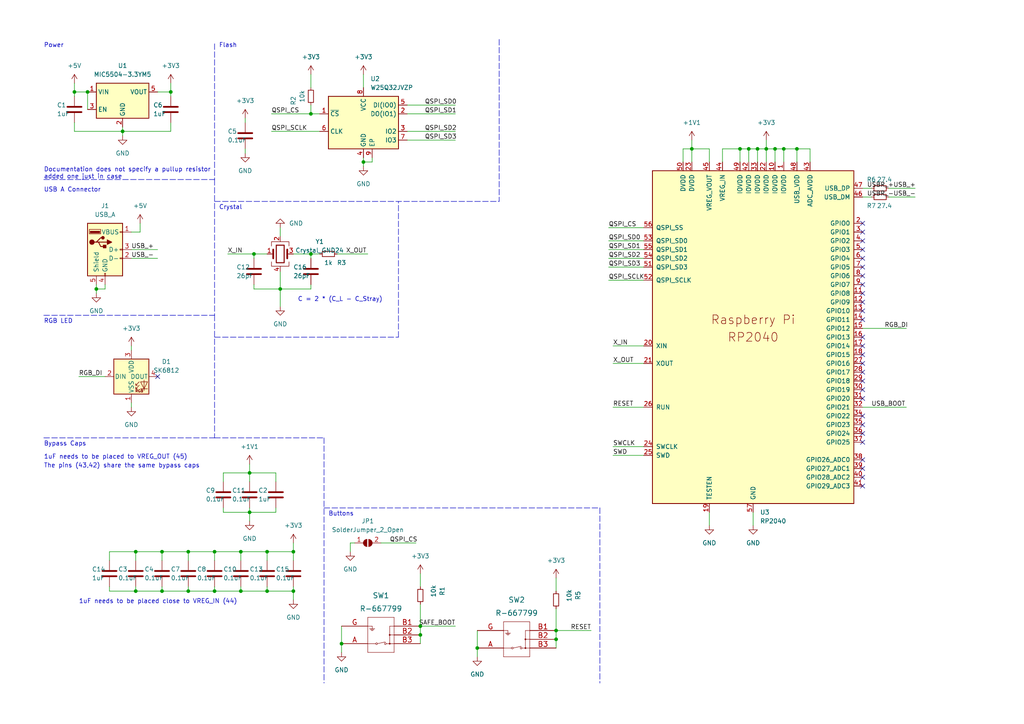
<source format=kicad_sch>
(kicad_sch (version 20211123) (generator eeschema)
  (paper "A4")
  (lib_symbols
    (symbol "2022-04-30_19-21-11:R-667799" (pin_names (offset 0.254) hide)
      (property "Reference" "SW" (at 11.43 7.62 0))
      (property "Value" "R-667799" (at 11.43 5.08 0))
      (symbol "R-667799_1_1"
        (polyline (pts (xy 7.62 -7.62) (xy 15.24 -7.62)) (stroke (width 0.127)))
        (polyline (pts (xy 7.62 0) (xy 8.89 0)) (stroke (width 0.127)))
        (polyline (pts (xy 7.62 2.54) (xy 7.62 -7.62)) (stroke (width 0.127)))
        (polyline (pts (xy 8.382 -1.016) (xy 9.398 -1.016)) (stroke (width 0.127)))
        (polyline (pts (xy 8.636 -1.27) (xy 9.144 -1.27)) (stroke (width 0.127)))
        (polyline (pts (xy 8.89 0) (xy 8.89 -0.762)) (stroke (width 0.127)))
        (polyline (pts (xy 9.652 -0.762) (xy 8.128 -0.762)) (stroke (width 0.127)))
        (polyline (pts (xy 9.906 -5.08) (xy 7.62 -5.08)) (stroke (width 0.127)))
        (polyline (pts (xy 10.414 -5.08) (xy 12.7 -4.572)) (stroke (width 0.127)))
        (polyline (pts (xy 12.954 -5.08) (xy 15.24 -5.08)) (stroke (width 0.127)))
        (polyline (pts (xy 13.97 -5.08) (xy 13.97 0)) (stroke (width 0.127)))
        (polyline (pts (xy 13.97 -2.54) (xy 15.24 -2.54)) (stroke (width 0.127)))
        (polyline (pts (xy 13.97 0) (xy 15.24 0)) (stroke (width 0.127)))
        (polyline (pts (xy 15.24 -7.62) (xy 15.24 2.54)) (stroke (width 0.127)))
        (polyline (pts (xy 15.24 2.54) (xy 7.62 2.54)) (stroke (width 0.127)))
        (arc (start 10.16 -5.334) (mid 10.16 -4.826) (end 10.16 -5.334) (stroke (width 0.127)))
        (circle (center 10.16 -5.08) (radius 0.254) (stroke (width 0.127)))
        (arc (start 12.7 -5.334) (mid 12.7 -4.826) (end 12.7 -5.334) (stroke (width 0.127)))
        (circle (center 12.7 -5.08) (radius 0.254) (stroke (width 0.127)))
        (arc (start 13.97 -5.207) (mid 13.97 -4.953) (end 13.97 -5.207) (stroke (width 0.254)))
        (circle (center 13.97 -5.08) (radius 0.127) (stroke (width 0.254)))
        (arc (start 13.97 -2.667) (mid 13.97 -2.413) (end 13.97 -2.667) (stroke (width 0.254)))
        (circle (center 13.97 -2.54) (radius 0.127) (stroke (width 0.254)))
        (pin unspecified line (at 0 -5.08 0) (length 7.62) (name "A") (number "A"))
        (pin unspecified line (at 22.86 0 180) (length 7.62) (name "B1") (number "B1"))
        (pin unspecified line (at 22.86 -2.54 180) (length 7.62) (name "B2") (number "B2"))
        (pin unspecified line (at 22.86 -5.08 180) (length 7.62) (name "B3") (number "B3"))
        (pin unspecified line (at 0 0 0) (length 7.62) (name "G") (number "G"))
      )
    )
    (symbol "Connector:USB_A" (pin_names (offset 1.016))
      (property "Reference" "J" (at -5.08 11.43 0))
      (property "Value" "USB_A" (at -5.08 8.89 0))
      (symbol "USB_A_0_1"
        (rectangle (start -5.08 -7.62) (end 5.08 7.62) (stroke (width 0.254)) (fill (type background)))
        (circle (center -3.81 2.159) (radius 0.635) (stroke (width 0.254)) (fill (type outline)))
        (rectangle (start -1.524 4.826) (end -4.318 5.334) (fill (type outline)))
        (rectangle (start -1.27 4.572) (end -4.572 5.842))
        (circle (center -0.635 3.429) (radius 0.381) (stroke (width 0.254)) (fill (type outline)))
        (rectangle (start -0.127 -7.62) (end 0.127 -6.858))
        (polyline (pts (xy -3.175 2.159) (xy -2.54 2.159) (xy -1.27 3.429) (xy -0.635 3.429)) (stroke (width 0.254)))
        (polyline (pts (xy -2.54 2.159) (xy -1.905 2.159) (xy -1.27 0.889) (xy 0 0.889)) (stroke (width 0.254)))
        (polyline (pts (xy 0.635 2.794) (xy 0.635 1.524) (xy 1.905 2.159) (xy 0.635 2.794)) (stroke (width 0.254)) (fill (type outline)))
        (rectangle (start 0.254 1.27) (end -0.508 0.508) (stroke (width 0.254)) (fill (type outline)))
        (rectangle (start 5.08 -2.667) (end 4.318 -2.413))
        (rectangle (start 5.08 -0.127) (end 4.318 0.127))
        (rectangle (start 5.08 4.953) (end 4.318 5.207))
      )
      (symbol "USB_A_1_1"
        (polyline (pts (xy -1.905 2.159) (xy 0.635 2.159)) (stroke (width 0.254)))
        (pin power_in line (at 7.62 5.08 180) (length 2.54) (name "VBUS") (number "1"))
        (pin bidirectional line (at 7.62 -2.54 180) (length 2.54) (name "D-") (number "2"))
        (pin bidirectional line (at 7.62 0 180) (length 2.54) (name "D+") (number "3"))
        (pin power_in line (at 0 -10.16 90) (length 2.54) (name "GND") (number "4"))
        (pin passive line (at -2.54 -10.16 90) (length 2.54) (name "Shield") (number "5"))
      )
    )
    (symbol "Device:C" (pin_numbers hide) (pin_names (offset 0.254))
      (property "Reference" "C" (at 0.635 2.54 0))
      (property "Value" "C" (at 0.635 -2.54 0))
      (symbol "C_0_1"
        (polyline (pts (xy -2.032 -0.762) (xy 2.032 -0.762)) (stroke (width 0.508)))
        (polyline (pts (xy -2.032 0.762) (xy 2.032 0.762)) (stroke (width 0.508)))
      )
      (symbol "C_1_1"
        (pin passive line (at 0 3.81 270) (length 2.794) (name "~") (number "1"))
        (pin passive line (at 0 -3.81 90) (length 2.794) (name "~") (number "2"))
      )
    )
    (symbol "Device:Crystal_GND24" (pin_names (offset 1.016) hide)
      (property "Reference" "Y" (at 3.175 5.08 0))
      (property "Value" "Crystal_GND24" (at 3.175 3.175 0))
      (symbol "Crystal_GND24_0_1"
        (rectangle (start -1.143 2.54) (end 1.143 -2.54) (stroke (width 0.3048)))
        (polyline (pts (xy -2.54 0) (xy -2.032 0)))
        (polyline (pts (xy -2.032 -1.27) (xy -2.032 1.27)) (stroke (width 0.508)))
        (polyline (pts (xy 0 -3.81) (xy 0 -3.556)))
        (polyline (pts (xy 0 3.556) (xy 0 3.81)))
        (polyline (pts (xy 2.032 -1.27) (xy 2.032 1.27)) (stroke (width 0.508)))
        (polyline (pts (xy 2.032 0) (xy 2.54 0)))
        (polyline (pts (xy -2.54 -2.286) (xy -2.54 -3.556) (xy 2.54 -3.556) (xy 2.54 -2.286)))
        (polyline (pts (xy -2.54 2.286) (xy -2.54 3.556) (xy 2.54 3.556) (xy 2.54 2.286)))
      )
      (symbol "Crystal_GND24_1_1"
        (pin passive line (at -3.81 0 0) (length 1.27) (name "1") (number "1"))
        (pin passive line (at 0 5.08 270) (length 1.27) (name "2") (number "2"))
        (pin passive line (at 3.81 0 180) (length 1.27) (name "3") (number "3"))
        (pin passive line (at 0 -5.08 90) (length 1.27) (name "4") (number "4"))
      )
    )
    (symbol "Device:R_Small" (pin_numbers hide) (pin_names (offset 0.254) hide)
      (property "Reference" "R" (at 0.762 0.508 0))
      (property "Value" "R_Small" (at 0.762 -1.016 0))
      (symbol "R_Small_0_1"
        (rectangle (start -0.762 1.778) (end 0.762 -1.778) (stroke (width 0.2032)))
      )
      (symbol "R_Small_1_1"
        (pin passive line (at 0 2.54 270) (length 0.762) (name "~") (number "1"))
        (pin passive line (at 0 -2.54 90) (length 0.762) (name "~") (number "2"))
      )
    )
    (symbol "Jumper:SolderJumper_2_Open" (pin_names (offset 0) hide)
      (property "Reference" "JP" (at 0 2.032 0))
      (property "Value" "SolderJumper_2_Open" (at 0 -2.54 0))
      (symbol "SolderJumper_2_Open_0_1"
        (arc (start -0.254 1.016) (mid -1.27 0) (end -0.254 -1.016))
        (arc (start -0.254 1.016) (mid -1.27 0) (end -0.254 -1.016) (fill (type outline)))
        (polyline (pts (xy -0.254 1.016) (xy -0.254 -1.016)))
        (polyline (pts (xy 0.254 1.016) (xy 0.254 -1.016)))
        (arc (start 0.254 -1.016) (mid 1.27 0) (end 0.254 1.016))
        (arc (start 0.254 -1.016) (mid 1.27 0) (end 0.254 1.016) (fill (type outline)))
      )
      (symbol "SolderJumper_2_Open_1_1"
        (pin passive line (at -3.81 0 0) (length 2.54) (name "A") (number "1"))
        (pin passive line (at 3.81 0 180) (length 2.54) (name "B") (number "2"))
      )
    )
    (symbol "LED:SK6812" (pin_names (offset 0.254))
      (property "Reference" "D" (at 5.08 5.715 0))
      (property "Value" "SK6812" (at 1.27 -5.715 0))
      (symbol "SK6812_0_0"
        (text "RGB" (at 2.286 -4.191 0) (effects (font (size 0.762 0.762))))
      )
      (symbol "SK6812_0_1"
        (polyline (pts (xy 1.27 -3.556) (xy 1.778 -3.556)))
        (polyline (pts (xy 1.27 -2.54) (xy 1.778 -2.54)))
        (polyline (pts (xy 4.699 -3.556) (xy 2.667 -3.556)))
        (polyline (pts (xy 2.286 -2.54) (xy 1.27 -3.556) (xy 1.27 -3.048)))
        (polyline (pts (xy 2.286 -1.524) (xy 1.27 -2.54) (xy 1.27 -2.032)))
        (polyline (pts (xy 3.683 -1.016) (xy 3.683 -3.556) (xy 3.683 -4.064)))
        (polyline (pts (xy 4.699 -1.524) (xy 2.667 -1.524) (xy 3.683 -3.556) (xy 4.699 -1.524)))
        (rectangle (start 5.08 5.08) (end -5.08 -5.08) (stroke (width 0.254)) (fill (type background)))
      )
      (symbol "SK6812_1_1"
        (pin power_in line (at 0 -7.62 90) (length 2.54) (name "VSS") (number "1"))
        (pin input line (at -7.62 0 0) (length 2.54) (name "DIN") (number "2"))
        (pin power_in line (at 0 7.62 270) (length 2.54) (name "VDD") (number "3"))
        (pin output line (at 7.62 0 180) (length 2.54) (name "DOUT") (number "4"))
      )
    )
    (symbol "MCU_RaspberryPi_RP2040:RP2040" (pin_names (offset 1.016))
      (property "Reference" "U" (at -29.21 49.53 0))
      (property "Value" "RP2040" (at 24.13 -49.53 0))
      (symbol "RP2040_0_0"
        (text "Raspberry Pi" (at 0 5.08 0) (effects (font (size 2.54 2.54))))
        (text "RP2040" (at 0 0 0) (effects (font (size 2.54 2.54))))
      )
      (symbol "RP2040_0_1"
        (rectangle (start 29.21 48.26) (end -29.21 -48.26) (stroke (width 0.254)) (fill (type background)))
      )
      (symbol "RP2040_1_1"
        (pin power_in line (at 8.89 50.8 270) (length 2.54) (name "IOVDD") (number "1"))
        (pin power_in line (at 6.35 50.8 270) (length 2.54) (name "IOVDD") (number "10"))
        (pin bidirectional line (at 31.75 12.7 180) (length 2.54) (name "GPIO8") (number "11"))
        (pin bidirectional line (at 31.75 10.16 180) (length 2.54) (name "GPIO9") (number "12"))
        (pin bidirectional line (at 31.75 7.62 180) (length 2.54) (name "GPIO10") (number "13"))
        (pin bidirectional line (at 31.75 5.08 180) (length 2.54) (name "GPIO11") (number "14"))
        (pin bidirectional line (at 31.75 2.54 180) (length 2.54) (name "GPIO12") (number "15"))
        (pin bidirectional line (at 31.75 0 180) (length 2.54) (name "GPIO13") (number "16"))
        (pin bidirectional line (at 31.75 -2.54 180) (length 2.54) (name "GPIO14") (number "17"))
        (pin bidirectional line (at 31.75 -5.08 180) (length 2.54) (name "GPIO15") (number "18"))
        (pin passive line (at -12.7 -50.8 90) (length 2.54) (name "TESTEN") (number "19"))
        (pin bidirectional line (at 31.75 33.02 180) (length 2.54) (name "GPIO0") (number "2"))
        (pin input line (at -31.75 -2.54 0) (length 2.54) (name "XIN") (number "20"))
        (pin passive line (at -31.75 -7.62 0) (length 2.54) (name "XOUT") (number "21"))
        (pin power_in line (at 3.81 50.8 270) (length 2.54) (name "IOVDD") (number "22"))
        (pin power_in line (at -17.78 50.8 270) (length 2.54) (name "DVDD") (number "23"))
        (pin output line (at -31.75 -31.75 0) (length 2.54) (name "SWCLK") (number "24"))
        (pin bidirectional line (at -31.75 -34.29 0) (length 2.54) (name "SWD") (number "25"))
        (pin input line (at -31.75 -20.32 0) (length 2.54) (name "RUN") (number "26"))
        (pin bidirectional line (at 31.75 -7.62 180) (length 2.54) (name "GPIO16") (number "27"))
        (pin bidirectional line (at 31.75 -10.16 180) (length 2.54) (name "GPIO17") (number "28"))
        (pin bidirectional line (at 31.75 -12.7 180) (length 2.54) (name "GPIO18") (number "29"))
        (pin bidirectional line (at 31.75 30.48 180) (length 2.54) (name "GPIO1") (number "3"))
        (pin bidirectional line (at 31.75 -15.24 180) (length 2.54) (name "GPIO19") (number "30"))
        (pin bidirectional line (at 31.75 -17.78 180) (length 2.54) (name "GPIO20") (number "31"))
        (pin bidirectional line (at 31.75 -20.32 180) (length 2.54) (name "GPIO21") (number "32"))
        (pin power_in line (at 1.27 50.8 270) (length 2.54) (name "IOVDD") (number "33"))
        (pin bidirectional line (at 31.75 -22.86 180) (length 2.54) (name "GPIO22") (number "34"))
        (pin bidirectional line (at 31.75 -25.4 180) (length 2.54) (name "GPIO23") (number "35"))
        (pin bidirectional line (at 31.75 -27.94 180) (length 2.54) (name "GPIO24") (number "36"))
        (pin bidirectional line (at 31.75 -30.48 180) (length 2.54) (name "GPIO25") (number "37"))
        (pin bidirectional line (at 31.75 -35.56 180) (length 2.54) (name "GPIO26_ADC0") (number "38"))
        (pin bidirectional line (at 31.75 -38.1 180) (length 2.54) (name "GPIO27_ADC1") (number "39"))
        (pin bidirectional line (at 31.75 27.94 180) (length 2.54) (name "GPIO2") (number "4"))
        (pin bidirectional line (at 31.75 -40.64 180) (length 2.54) (name "GPIO28_ADC2") (number "40"))
        (pin bidirectional line (at 31.75 -43.18 180) (length 2.54) (name "GPIO29_ADC3") (number "41"))
        (pin power_in line (at -1.27 50.8 270) (length 2.54) (name "IOVDD") (number "42"))
        (pin power_in line (at 16.51 50.8 270) (length 2.54) (name "ADC_AVDD") (number "43"))
        (pin power_in line (at -8.89 50.8 270) (length 2.54) (name "VREG_IN") (number "44"))
        (pin power_out line (at -12.7 50.8 270) (length 2.54) (name "VREG_VOUT") (number "45"))
        (pin bidirectional line (at 31.75 40.64 180) (length 2.54) (name "USB_DM") (number "46"))
        (pin bidirectional line (at 31.75 43.18 180) (length 2.54) (name "USB_DP") (number "47"))
        (pin power_in line (at 12.7 50.8 270) (length 2.54) (name "USB_VDD") (number "48"))
        (pin power_in line (at -3.81 50.8 270) (length 2.54) (name "IOVDD") (number "49"))
        (pin bidirectional line (at 31.75 25.4 180) (length 2.54) (name "GPIO3") (number "5"))
        (pin power_in line (at -20.32 50.8 270) (length 2.54) (name "DVDD") (number "50"))
        (pin bidirectional line (at -31.75 20.32 0) (length 2.54) (name "QSPI_SD3") (number "51"))
        (pin output line (at -31.75 16.51 0) (length 2.54) (name "QSPI_SCLK") (number "52"))
        (pin bidirectional line (at -31.75 27.94 0) (length 2.54) (name "QSPI_SD0") (number "53"))
        (pin bidirectional line (at -31.75 22.86 0) (length 2.54) (name "QSPI_SD2") (number "54"))
        (pin bidirectional line (at -31.75 25.4 0) (length 2.54) (name "QSPI_SD1") (number "55"))
        (pin bidirectional line (at -31.75 31.75 0) (length 2.54) (name "QSPI_SS") (number "56"))
        (pin power_in line (at 0 -50.8 90) (length 2.54) (name "GND") (number "57"))
        (pin bidirectional line (at 31.75 22.86 180) (length 2.54) (name "GPIO4") (number "6"))
        (pin bidirectional line (at 31.75 20.32 180) (length 2.54) (name "GPIO5") (number "7"))
        (pin bidirectional line (at 31.75 17.78 180) (length 2.54) (name "GPIO6") (number "8"))
        (pin bidirectional line (at 31.75 15.24 180) (length 2.54) (name "GPIO7") (number "9"))
      )
    )
    (symbol "Memory_Flash:W25Q32JVZP"
      (property "Reference" "U" (at -8.89 8.89 0))
      (property "Value" "W25Q32JVZP" (at 7.62 8.89 0))
      (symbol "W25Q32JVZP_0_1"
        (rectangle (start -10.16 7.62) (end 10.16 -7.62) (stroke (width 0.254)) (fill (type background)))
      )
      (symbol "W25Q32JVZP_1_1"
        (pin input line (at -12.7 2.54 0) (length 2.54) (name "~{CS}") (number "1"))
        (pin bidirectional line (at 12.7 2.54 180) (length 2.54) (name "DO(IO1)") (number "2"))
        (pin bidirectional line (at 12.7 -2.54 180) (length 2.54) (name "IO2") (number "3"))
        (pin power_in line (at 0 -10.16 90) (length 2.54) (name "GND") (number "4"))
        (pin bidirectional line (at 12.7 5.08 180) (length 2.54) (name "DI(IO0)") (number "5"))
        (pin input line (at -12.7 -2.54 0) (length 2.54) (name "CLK") (number "6"))
        (pin bidirectional line (at 12.7 -5.08 180) (length 2.54) (name "IO3") (number "7"))
        (pin power_in line (at 0 10.16 270) (length 2.54) (name "VCC") (number "8"))
        (pin passive line (at 2.54 -10.16 90) (length 2.54) (name "EP") (number "9"))
      )
    )
    (symbol "Regulator_Linear:MIC5504-3.3YM5"
      (property "Reference" "U" (at -7.62 8.89 0))
      (property "Value" "MIC5504-3.3YM5" (at -7.62 6.35 0))
      (symbol "MIC5504-3.3YM5_0_1"
        (rectangle (start -7.62 -5.08) (end 7.62 5.08) (stroke (width 0.254)) (fill (type background)))
      )
      (symbol "MIC5504-3.3YM5_1_1"
        (pin power_in line (at -10.16 2.54 0) (length 2.54) (name "VIN") (number "1"))
        (pin power_in line (at 0 -7.62 90) (length 2.54) (name "GND") (number "2"))
        (pin input line (at -10.16 -2.54 0) (length 2.54) (name "EN") (number "3"))
        (pin no_connect line (at 7.62 -2.54 180) (length 2.54) hide (name "NC") (number "4"))
        (pin power_out line (at 10.16 2.54 180) (length 2.54) (name "VOUT") (number "5"))
      )
    )
    (symbol "power:+1V1" (power) (pin_names (offset 0))
      (property "Value" "+1V1" (at 0 3.556 0))
      (symbol "+1V1_0_1"
        (polyline (pts (xy -0.762 1.27) (xy 0 2.54)))
        (polyline (pts (xy 0 0) (xy 0 2.54)))
        (polyline (pts (xy 0 2.54) (xy 0.762 1.27)))
      )
      (symbol "+1V1_1_1"
        (pin power_in line (at 0 0 90) (length 0) hide (name "+1V1") (number "1"))
      )
    )
    (symbol "power:+3V3" (power) (pin_names (offset 0))
      (property "Value" "+3V3" (at 0 3.556 0))
      (symbol "+3V3_0_1"
        (polyline (pts (xy -0.762 1.27) (xy 0 2.54)))
        (polyline (pts (xy 0 0) (xy 0 2.54)))
        (polyline (pts (xy 0 2.54) (xy 0.762 1.27)))
      )
      (symbol "+3V3_1_1"
        (pin power_in line (at 0 0 90) (length 0) hide (name "+3V3") (number "1"))
      )
    )
    (symbol "power:+5V" (power) (pin_names (offset 0))
      (property "Value" "+5V" (at 0 3.556 0))
      (symbol "+5V_0_1"
        (polyline (pts (xy -0.762 1.27) (xy 0 2.54)))
        (polyline (pts (xy 0 0) (xy 0 2.54)))
        (polyline (pts (xy 0 2.54) (xy 0.762 1.27)))
      )
      (symbol "+5V_1_1"
        (pin power_in line (at 0 0 90) (length 0) hide (name "+5V") (number "1"))
      )
    )
    (symbol "power:GND" (power) (pin_names (offset 0))
      (property "Value" "GND" (at 0 -3.81 0))
      (symbol "GND_0_1"
        (polyline (pts (xy 0 0) (xy 0 -1.27) (xy 1.27 -1.27) (xy 0 -2.54) (xy -1.27 -1.27) (xy 0 -1.27)))
      )
      (symbol "GND_1_1"
        (pin power_in line (at 0 0 270) (length 0) hide (name "GND") (number "1"))
      )
    )
  )
  (junction (at 62.23 160.02))
  (junction (at 72.39 137.16))
  (junction (at 62.23 171.45))
  (junction (at 77.47 160.02))
  (junction (at 81.28 83.82))
  (junction (at 35.56 38.1))
  (junction (at 90.17 73.66))
  (junction (at 54.61 160.02))
  (junction (at 54.61 171.45))
  (junction (at 227.33 43.18))
  (junction (at 39.37 160.02))
  (junction (at 27.94 83.82))
  (junction (at 77.47 171.45))
  (junction (at 105.41 46.99))
  (junction (at 214.63 43.18))
  (junction (at 90.17 33.02))
  (junction (at 73.66 73.66))
  (junction (at 72.39 148.59))
  (junction (at 161.29 185.42))
  (junction (at 200.66 43.18))
  (junction (at 224.79 43.18))
  (junction (at 46.99 160.02))
  (junction (at 161.29 182.88))
  (junction (at 85.09 171.45))
  (junction (at 85.09 160.02))
  (junction (at 39.37 171.45))
  (junction (at 25.4 26.67))
  (junction (at 49.53 26.67))
  (junction (at 222.25 43.18))
  (junction (at 138.43 187.96))
  (junction (at 69.85 160.02))
  (junction (at 99.06 186.69))
  (junction (at 121.92 181.61))
  (junction (at 46.99 171.45))
  (junction (at 21.59 26.67))
  (junction (at 121.92 184.15))
  (junction (at 231.14 43.18))
  (junction (at 219.71 43.18))
  (junction (at 69.85 171.45))
  (junction (at 217.17 43.18))
  (no_connect (at 250.19 105.41))
  (no_connect (at 250.19 87.63))
  (no_connect (at 250.19 90.17))
  (no_connect (at 250.19 64.77))
  (no_connect (at 250.19 67.31))
  (no_connect (at 250.19 69.85))
  (no_connect (at 250.19 72.39))
  (no_connect (at 250.19 74.93))
  (no_connect (at 250.19 77.47))
  (no_connect (at 250.19 80.01))
  (no_connect (at 250.19 82.55))
  (no_connect (at 250.19 85.09))
  (no_connect (at 45.72 109.22))
  (no_connect (at 250.19 123.19))
  (no_connect (at 250.19 125.73))
  (no_connect (at 250.19 128.27))
  (no_connect (at 250.19 133.35))
  (no_connect (at 250.19 135.89))
  (no_connect (at 250.19 138.43))
  (no_connect (at 250.19 140.97))
  (no_connect (at 250.19 113.03))
  (no_connect (at 250.19 115.57))
  (no_connect (at 250.19 120.65))
  (no_connect (at 250.19 92.71))
  (no_connect (at 250.19 97.79))
  (no_connect (at 250.19 100.33))
  (no_connect (at 250.19 102.87))
  (no_connect (at 250.19 110.49))
  (no_connect (at 250.19 107.95))
  (wire (pts (xy 35.56 36.83) (xy 35.56 38.1)))
  (wire (pts (xy 118.11 40.64) (xy 132.08 40.64)))
  (wire (pts (xy 250.19 54.61) (xy 252.73 54.61)))
  (wire (pts (xy 27.94 83.82) (xy 30.48 83.82)))
  (wire (pts (xy 39.37 160.02) (xy 46.99 160.02)))
  (polyline (pts (xy 62.23 58.42) (xy 144.78 58.42)))
  (wire (pts (xy 77.47 171.45) (xy 69.85 171.45)))
  (wire (pts (xy 49.53 38.1) (xy 35.56 38.1)))
  (wire (pts (xy 121.92 166.37) (xy 121.92 170.18)))
  (wire (pts (xy 38.1 116.84) (xy 38.1 118.11)))
  (polyline (pts (xy 115.57 97.79) (xy 115.57 58.42)))
  (wire (pts (xy 161.29 176.53) (xy 161.29 182.88)))
  (polyline (pts (xy 62.23 52.07) (xy 62.23 91.44)))
  (wire (pts (xy 105.41 46.99) (xy 105.41 48.26)))
  (wire (pts (xy 90.17 33.02) (xy 92.71 33.02)))
  (wire (pts (xy 49.53 26.67) (xy 49.53 27.94)))
  (wire (pts (xy 72.39 148.59) (xy 72.39 147.32)))
  (wire (pts (xy 176.53 69.85) (xy 186.69 69.85)))
  (wire (pts (xy 35.56 38.1) (xy 35.56 39.37)))
  (wire (pts (xy 85.09 171.45) (xy 85.09 173.99)))
  (wire (pts (xy 90.17 30.48) (xy 90.17 33.02)))
  (wire (pts (xy 77.47 160.02) (xy 85.09 160.02)))
  (polyline (pts (xy 93.98 147.32) (xy 173.99 147.32)))
  (wire (pts (xy 227.33 46.99) (xy 227.33 43.18)))
  (wire (pts (xy 177.8 132.08) (xy 186.69 132.08)))
  (wire (pts (xy 138.43 187.96) (xy 138.43 190.5)))
  (wire (pts (xy 73.66 83.82) (xy 81.28 83.82)))
  (wire (pts (xy 121.92 184.15) (xy 121.92 186.69)))
  (wire (pts (xy 219.71 46.99) (xy 219.71 43.18)))
  (polyline (pts (xy 12.7 52.07) (xy 62.23 52.07)))
  (wire (pts (xy 31.75 160.02) (xy 31.75 162.56)))
  (wire (pts (xy 177.8 118.11) (xy 186.69 118.11)))
  (wire (pts (xy 85.09 157.48) (xy 85.09 160.02)))
  (wire (pts (xy 27.94 83.82) (xy 27.94 85.09)))
  (wire (pts (xy 105.41 46.99) (xy 107.95 46.99)))
  (wire (pts (xy 46.99 160.02) (xy 46.99 162.56)))
  (wire (pts (xy 209.55 43.18) (xy 214.63 43.18)))
  (wire (pts (xy 257.81 54.61) (xy 265.43 54.61)))
  (wire (pts (xy 77.47 160.02) (xy 77.47 162.56)))
  (wire (pts (xy 62.23 160.02) (xy 69.85 160.02)))
  (wire (pts (xy 218.44 148.59) (xy 218.44 152.4)))
  (polyline (pts (xy 62.23 127) (xy 93.98 127)))
  (wire (pts (xy 38.1 72.39) (xy 45.72 72.39)))
  (wire (pts (xy 85.09 170.18) (xy 85.09 171.45)))
  (wire (pts (xy 231.14 46.99) (xy 231.14 43.18)))
  (wire (pts (xy 72.39 137.16) (xy 72.39 134.62)))
  (wire (pts (xy 97.79 73.66) (xy 106.68 73.66)))
  (wire (pts (xy 73.66 82.55) (xy 73.66 83.82)))
  (wire (pts (xy 161.29 185.42) (xy 161.29 187.96)))
  (polyline (pts (xy 62.23 46.99) (xy 62.23 52.07)))
  (wire (pts (xy 69.85 171.45) (xy 62.23 171.45)))
  (wire (pts (xy 205.74 46.99) (xy 205.74 43.18)))
  (wire (pts (xy 217.17 43.18) (xy 219.71 43.18)))
  (wire (pts (xy 85.09 171.45) (xy 77.47 171.45)))
  (wire (pts (xy 90.17 73.66) (xy 90.17 74.93)))
  (wire (pts (xy 78.74 38.1) (xy 92.71 38.1)))
  (wire (pts (xy 101.6 157.48) (xy 101.6 160.02)))
  (wire (pts (xy 118.11 38.1) (xy 132.08 38.1)))
  (wire (pts (xy 21.59 35.56) (xy 21.59 38.1)))
  (wire (pts (xy 64.77 148.59) (xy 72.39 148.59)))
  (wire (pts (xy 231.14 43.18) (xy 234.95 43.18)))
  (wire (pts (xy 39.37 171.45) (xy 31.75 171.45)))
  (wire (pts (xy 71.12 35.56) (xy 71.12 34.29)))
  (wire (pts (xy 200.66 46.99) (xy 200.66 43.18)))
  (wire (pts (xy 38.1 74.93) (xy 45.72 74.93)))
  (wire (pts (xy 99.06 181.61) (xy 99.06 186.69)))
  (wire (pts (xy 138.43 182.88) (xy 138.43 187.96)))
  (wire (pts (xy 214.63 43.18) (xy 217.17 43.18)))
  (wire (pts (xy 54.61 160.02) (xy 62.23 160.02)))
  (wire (pts (xy 46.99 171.45) (xy 54.61 171.45)))
  (wire (pts (xy 54.61 160.02) (xy 54.61 162.56)))
  (wire (pts (xy 222.25 43.18) (xy 224.79 43.18)))
  (polyline (pts (xy 144.78 11.43) (xy 144.78 58.42)))
  (wire (pts (xy 69.85 160.02) (xy 69.85 162.56)))
  (wire (pts (xy 177.8 105.41) (xy 186.69 105.41)))
  (wire (pts (xy 121.92 175.26) (xy 121.92 181.61)))
  (wire (pts (xy 90.17 83.82) (xy 90.17 82.55)))
  (wire (pts (xy 80.01 137.16) (xy 80.01 139.7)))
  (wire (pts (xy 49.53 24.13) (xy 49.53 26.67)))
  (wire (pts (xy 177.8 100.33) (xy 186.69 100.33)))
  (wire (pts (xy 64.77 139.7) (xy 64.77 137.16)))
  (wire (pts (xy 81.28 88.9) (xy 81.28 83.82)))
  (polyline (pts (xy 12.7 91.44) (xy 62.23 91.44)))
  (wire (pts (xy 81.28 83.82) (xy 81.28 78.74)))
  (wire (pts (xy 99.06 186.69) (xy 99.06 189.23)))
  (wire (pts (xy 107.95 46.99) (xy 107.95 45.72)))
  (wire (pts (xy 38.1 67.31) (xy 40.64 67.31)))
  (wire (pts (xy 118.11 30.48) (xy 132.08 30.48)))
  (wire (pts (xy 78.74 33.02) (xy 90.17 33.02)))
  (polyline (pts (xy 62.23 12.7) (xy 62.23 46.99)))
  (wire (pts (xy 64.77 137.16) (xy 72.39 137.16)))
  (wire (pts (xy 102.87 157.48) (xy 101.6 157.48)))
  (wire (pts (xy 49.53 35.56) (xy 49.53 38.1)))
  (wire (pts (xy 110.49 157.48) (xy 120.65 157.48)))
  (wire (pts (xy 69.85 170.18) (xy 69.85 171.45)))
  (wire (pts (xy 64.77 147.32) (xy 64.77 148.59)))
  (wire (pts (xy 217.17 46.99) (xy 217.17 43.18)))
  (wire (pts (xy 27.94 82.55) (xy 27.94 83.82)))
  (wire (pts (xy 176.53 81.28) (xy 186.69 81.28)))
  (wire (pts (xy 219.71 43.18) (xy 222.25 43.18)))
  (wire (pts (xy 85.09 160.02) (xy 85.09 162.56)))
  (wire (pts (xy 176.53 77.47) (xy 186.69 77.47)))
  (wire (pts (xy 161.29 182.88) (xy 171.45 182.88)))
  (wire (pts (xy 25.4 26.67) (xy 25.4 31.75)))
  (wire (pts (xy 45.72 26.67) (xy 49.53 26.67)))
  (wire (pts (xy 118.11 33.02) (xy 132.08 33.02)))
  (wire (pts (xy 72.39 137.16) (xy 72.39 139.7)))
  (wire (pts (xy 250.19 95.25) (xy 262.89 95.25)))
  (wire (pts (xy 62.23 171.45) (xy 54.61 171.45)))
  (wire (pts (xy 31.75 160.02) (xy 39.37 160.02)))
  (wire (pts (xy 205.74 43.18) (xy 200.66 43.18)))
  (wire (pts (xy 176.53 74.93) (xy 186.69 74.93)))
  (wire (pts (xy 39.37 170.18) (xy 39.37 171.45)))
  (polyline (pts (xy 173.99 147.32) (xy 173.99 198.12)))
  (wire (pts (xy 22.86 109.22) (xy 30.48 109.22)))
  (wire (pts (xy 121.92 181.61) (xy 132.08 181.61)))
  (wire (pts (xy 39.37 160.02) (xy 39.37 162.56)))
  (wire (pts (xy 46.99 171.45) (xy 39.37 171.45)))
  (wire (pts (xy 30.48 83.82) (xy 30.48 82.55)))
  (wire (pts (xy 90.17 25.4) (xy 90.17 21.59)))
  (wire (pts (xy 198.12 43.18) (xy 198.12 46.99)))
  (wire (pts (xy 73.66 74.93) (xy 73.66 73.66)))
  (wire (pts (xy 80.01 147.32) (xy 80.01 148.59)))
  (wire (pts (xy 121.92 181.61) (xy 121.92 184.15)))
  (wire (pts (xy 85.09 73.66) (xy 90.17 73.66)))
  (wire (pts (xy 62.23 160.02) (xy 62.23 162.56)))
  (polyline (pts (xy 93.98 127) (xy 93.98 198.12)))
  (wire (pts (xy 222.25 46.99) (xy 222.25 43.18)))
  (wire (pts (xy 205.74 148.59) (xy 205.74 152.4)))
  (wire (pts (xy 105.41 21.59) (xy 105.41 25.4)))
  (wire (pts (xy 257.81 57.15) (xy 265.43 57.15)))
  (wire (pts (xy 72.39 137.16) (xy 80.01 137.16)))
  (wire (pts (xy 176.53 66.04) (xy 186.69 66.04)))
  (wire (pts (xy 21.59 26.67) (xy 25.4 26.67)))
  (wire (pts (xy 21.59 27.94) (xy 21.59 26.67)))
  (wire (pts (xy 69.85 160.02) (xy 77.47 160.02)))
  (wire (pts (xy 62.23 170.18) (xy 62.23 171.45)))
  (wire (pts (xy 81.28 83.82) (xy 90.17 83.82)))
  (wire (pts (xy 21.59 24.13) (xy 21.59 26.67)))
  (wire (pts (xy 21.59 38.1) (xy 35.56 38.1)))
  (polyline (pts (xy 62.23 91.44) (xy 62.23 127)))
  (wire (pts (xy 81.28 66.04) (xy 81.28 68.58)))
  (wire (pts (xy 177.8 129.54) (xy 186.69 129.54)))
  (wire (pts (xy 224.79 43.18) (xy 227.33 43.18)))
  (wire (pts (xy 31.75 170.18) (xy 31.75 171.45)))
  (wire (pts (xy 72.39 151.13) (xy 72.39 148.59)))
  (wire (pts (xy 222.25 40.64) (xy 222.25 43.18)))
  (wire (pts (xy 200.66 40.64) (xy 200.66 43.18)))
  (polyline (pts (xy 62.23 97.79) (xy 115.57 97.79)))
  (wire (pts (xy 90.17 73.66) (xy 92.71 73.66)))
  (wire (pts (xy 46.99 171.45) (xy 46.99 170.18)))
  (wire (pts (xy 80.01 148.59) (xy 72.39 148.59)))
  (wire (pts (xy 161.29 167.64) (xy 161.29 171.45)))
  (wire (pts (xy 66.04 73.66) (xy 73.66 73.66)))
  (wire (pts (xy 224.79 46.99) (xy 224.79 43.18)))
  (wire (pts (xy 77.47 170.18) (xy 77.47 171.45)))
  (wire (pts (xy 250.19 57.15) (xy 252.73 57.15)))
  (wire (pts (xy 227.33 43.18) (xy 231.14 43.18)))
  (wire (pts (xy 176.53 72.39) (xy 186.69 72.39)))
  (wire (pts (xy 200.66 43.18) (xy 198.12 43.18)))
  (wire (pts (xy 250.19 118.11) (xy 262.89 118.11)))
  (wire (pts (xy 214.63 46.99) (xy 214.63 43.18)))
  (wire (pts (xy 71.12 43.18) (xy 71.12 44.45)))
  (wire (pts (xy 73.66 73.66) (xy 77.47 73.66)))
  (wire (pts (xy 105.41 45.72) (xy 105.41 46.99)))
  (polyline (pts (xy 12.7 127) (xy 62.23 127)))
  (wire (pts (xy 40.64 67.31) (xy 40.64 64.77)))
  (wire (pts (xy 209.55 46.99) (xy 209.55 43.18)))
  (wire (pts (xy 46.99 160.02) (xy 54.61 160.02)))
  (wire (pts (xy 54.61 170.18) (xy 54.61 171.45)))
  (wire (pts (xy 38.1 101.6) (xy 38.1 100.33)))
  (wire (pts (xy 234.95 43.18) (xy 234.95 46.99)))
  (wire (pts (xy 161.29 182.88) (xy 161.29 185.42)))
  (text "Bypass Caps" (at 12.7 129.54 0) (effects (font (size 1.27 1.27)) (justify left bottom)))
  (text "Buttons" (at 95.25 149.86 0) (effects (font (size 1.27 1.27)) (justify left bottom)))
  (text "Crystal" (at 63.5 60.96 0) (effects (font (size 1.27 1.27)) (justify left bottom)))
  (text "C = 2 * (C_L - C_Stray)" (at 86.36 87.63 0) (effects (font (size 1.27 1.27)) (justify left bottom)))
  (text "1uF needs to be placed to VREG_OUT (45)" (at 12.7 133.35 0) (effects (font (size 1.27 1.27)) (justify left bottom)))
  (text "Power" (at 12.7 13.97 0) (effects (font (size 1.27 1.27)) (justify left bottom)))
  (text "1uF needs to be placed close to VREG_IN (44)" (at 22.86 175.26 0) (effects (font (size 1.27 1.27)) (justify left bottom)))
  (text "Documentation does not specify a pullup resistor\nadded one just in case" (at 12.7 52.07 0) (effects (font (size 1.27 1.27)) (justify left bottom)))
  (text "The pins (43,42) share the same bypass caps" (at 12.7 135.89 0) (effects (font (size 1.27 1.27)) (justify left bottom)))
  (text "Flash" (at 63.5 13.97 0) (effects (font (size 1.27 1.27)) (justify left bottom)))
  (text "USB A Connector" (at 12.7 55.88 0) (effects (font (size 1.27 1.27)) (justify left bottom)))
  (text "RGB LED" (at 12.7 93.98 0) (effects (font (size 1.27 1.27)) (justify left bottom)))
  (label "QSPI_SD1" (at 123.19 33.02 0))
  (label "SWCLK" (at 177.8 129.54 0))
  (label "RESET" (at 171.45 182.88 180))
  (label "USB_+" (at 38.1 72.39 0))
  (label "X_OUT" (at 100.33 73.66 0))
  (label "QSPI_CS" (at 78.74 33.02 0))
  (label "QSPI_SD1" (at 176.53 72.39 0))
  (label "SWD" (at 177.8 132.08 0))
  (label "QSPI_SD0" (at 176.53 69.85 0))
  (label "USBR_-" (at 251.46 57.15 0))
  (label "QSPI_SD2" (at 123.19 38.1 0))
  (label "QSPI_SD2" (at 176.53 74.93 0))
  (label "USB_-" (at 259.08 57.15 0))
  (label "USB_+" (at 259.08 54.61 0))
  (label "USBR_+" (at 251.46 54.61 0))
  (label "QSPI_CS" (at 176.53 66.04 0))
  (label "X_IN" (at 177.8 100.33 0))
  (label "QSPI_SD3" (at 123.19 40.64 0))
  (label "RGB_DI" (at 256.54 95.25 0))
  (label "RGB_DI" (at 22.86 109.22 0))
  (label "USB_BOOT" (at 252.73 118.11 0))
  (label "QSPI_SD0" (at 123.19 30.48 0))
  (label "QSPI_SCLK" (at 78.74 38.1 0))
  (label "X_OUT" (at 177.8 105.41 0))
  (label "X_IN" (at 66.04 73.66 0))
  (label "SAFE_BOOT" (at 132.08 181.61 180))
  (label "QSPI_SCLK" (at 176.53 81.28 0))
  (label "RESET" (at 177.8 118.11 0))
  (label "QSPI_CS" (at 113.03 157.48 0))
  (label "QSPI_SD3" (at 176.53 77.47 0))
  (label "USB_-" (at 38.1 74.93 0))
  (symbol (lib_id "power:+3V3") (at 49.53 24.13 0) (unit 1)
    (property "Reference" "#PWR0101" (effects hide))
    (property "Value" "+3V3" (at 49.53 19.05 0))
  )
  (symbol (lib_id "Device:R_Small") (at 121.92 172.72 0) (unit 1)
    (property "Reference" "R1" (at 128.27 171.45 90))
    (property "Value" "10k" (at 125.73 171.45 90))
    (property "Footprint" "Resistor_SMD:R_0402_1005Metric" (effects hide))
  )
  (symbol (lib_id "power:+1V1") (at 200.66 40.64 0) (unit 1)
    (property "Reference" "#PWR0115" (effects hide))
    (property "Value" "+1V1" (at 200.66 35.56 0))
  )
  (symbol (lib_id "power:GND") (at 35.56 39.37 0) (unit 1)
    (property "Reference" "#PWR0103" (effects hide))
    (property "Value" "GND" (at 35.56 44.45 0))
  )
  (symbol (lib_id "power:+3V3") (at 105.41 21.59 0) (unit 1)
    (property "Reference" "#PWR0104" (effects hide))
    (property "Value" "+3V3" (at 105.41 16.51 0))
  )
  (symbol (lib_id "power:GND") (at 105.41 48.26 0) (unit 1)
    (property "Reference" "#PWR0105" (effects hide))
    (property "Value" "GND" (at 105.41 53.34 0))
  )
  (symbol (lib_id "Regulator_Linear:MIC5504-3.3YM5") (at 35.56 29.21 0) (unit 1)
    (property "Reference" "U1" (at 35.56 19.05 0))
    (property "Value" "MIC5504-3.3YM5" (at 35.56 21.59 0))
    (property "Footprint" "Package_DFN_QFN:UDFN-4-1EP_1x1mm_P0.65mm_EP0.48x0.48mm" (effects hide))
    (property "Datasheet" "http://ww1.microchip.com/downloads/en/DeviceDoc/MIC550X.pdf" (effects hide))
  )
  (symbol (lib_id "Device:R_Small") (at 95.25 73.66 90) (unit 1)
    (property "Reference" "R3" (at 99.06 76.2 90))
    (property "Value" "1k" (at 95.25 76.2 90))
    (property "Footprint" "Resistor_SMD:R_0402_1005Metric" (effects hide))
  )
  (symbol (lib_id "power:GND") (at 205.74 152.4 0) (unit 1)
    (property "Reference" "#PWR0121" (effects hide))
    (property "Value" "GND" (at 205.74 157.48 0))
  )
  (symbol (lib_id "Device:C") (at 90.17 78.74 180) (unit 1)
    (property "Reference" "C16" (at 85.09 77.47 0) (effects (justify right)))
    (property "Value" "26pF" (at 85.09 80.01 0) (effects (justify right)))
    (property "Footprint" "Capacitor_SMD:C_0402_1005Metric" (effects hide))
  )
  (symbol (lib_id "Device:C") (at 46.99 166.37 180) (unit 1)
    (property "Reference" "C4" (at 41.91 165.1 0) (effects (justify right)))
    (property "Value" "0.1uF" (at 41.91 167.64 0) (effects (justify right)))
    (property "Footprint" "Capacitor_SMD:C_0201_0603Metric" (effects hide))
  )
  (symbol (lib_id "Device:C") (at 54.61 166.37 180) (unit 1)
    (property "Reference" "C7" (at 49.53 165.1 0) (effects (justify right)))
    (property "Value" "0.1uF" (at 49.53 167.64 0) (effects (justify right)))
    (property "Footprint" "Capacitor_SMD:C_0201_0603Metric" (effects hide))
  )
  (symbol (lib_id "Device:C") (at 49.53 31.75 180) (unit 1)
    (property "Reference" "C6" (at 44.45 30.48 0) (effects (justify right)))
    (property "Value" "1uF" (at 44.45 33.02 0) (effects (justify right)))
    (property "Footprint" "Capacitor_SMD:C_0402_1005Metric" (effects hide))
  )
  (symbol (lib_id "MCU_RaspberryPi_RP2040:RP2040") (at 218.44 97.79 0) (unit 1)
    (property "Reference" "U3" (at 220.4594 148.59 0) (effects (justify left)))
    (property "Value" "RP2040" (at 220.4594 151.13 0) (effects (justify left)))
    (property "Footprint" "RP2040_minimal:RP2040-QFN-56" (effects hide))
  )
  (symbol (lib_id "Device:Crystal_GND24") (at 81.28 73.66 0) (unit 1)
    (property "Reference" "Y1" (at 92.71 70.0786 0))
    (property "Value" "Crystal_GND24" (at 92.71 72.6186 0))
    (property "Footprint" "Crystal:Crystal_SMD_2520-4Pin_2.5x2.0mm" (effects hide))
    (property "Digikey" "https://www.digikey.ca/en/products/detail/ecs-inc/ECS-120-18-36-AGM-TR/9648900" (effects hide))
  )
  (symbol (lib_id "power:GND") (at 81.28 88.9 0) (unit 1)
    (property "Reference" "#PWR0118" (effects hide))
    (property "Value" "GND" (at 81.28 93.98 0))
  )
  (symbol (lib_id "Device:C") (at 71.12 39.37 180) (unit 1)
    (property "Reference" "C5" (at 66.04 38.1 0) (effects (justify right)))
    (property "Value" "0.1uF" (at 66.04 40.64 0) (effects (justify right)))
    (property "Footprint" "Capacitor_SMD:C_0201_0603Metric" (effects hide))
  )
  (symbol (lib_id "Device:C") (at 69.85 166.37 180) (unit 1)
    (property "Reference" "C10" (at 64.77 165.1 0) (effects (justify right)))
    (property "Value" "0.1uF" (at 64.77 167.64 0) (effects (justify right)))
    (property "Footprint" "Capacitor_SMD:C_0201_0603Metric" (effects hide))
  )
  (symbol (lib_id "Device:R_Small") (at 255.27 54.61 90) (unit 1)
    (property "Reference" "R6" (at 252.73 52.07 90))
    (property "Value" "27.4" (at 256.54 52.07 90))
    (property "Footprint" "Resistor_SMD:R_0201_0603Metric" (effects hide))
  )
  (symbol (lib_id "LED:SK6812") (at 38.1 109.22 0) (unit 1)
    (property "Reference" "D1" (at 48.26 104.8893 0))
    (property "Value" "SK6812" (at 48.26 107.4293 0))
    (property "Footprint" "LED_SMD:LED_SK6812_EC15_1.5x1.5mm" (effects hide))
    (property "Datasheet" "https://cdn-shop.adafruit.com/product-files/1138/SK6812+LED+datasheet+.pdf" (effects hide))
  )
  (symbol (lib_id "power:+3V3") (at 161.29 167.64 0) (unit 1)
    (property "Reference" "#PWR0123" (effects hide))
    (property "Value" "+3V3" (at 161.29 162.56 0))
  )
  (symbol (lib_id "Device:R_Small") (at 161.29 173.99 0) (unit 1)
    (property "Reference" "R5" (at 167.64 172.72 90))
    (property "Value" "10k" (at 165.1 172.72 90))
    (property "Footprint" "Resistor_SMD:R_0402_1005Metric" (effects hide))
  )
  (symbol (lib_id "power:GND") (at 85.09 173.99 0) (unit 1)
    (property "Reference" "#PWR0112" (effects hide))
    (property "Value" "GND" (at 85.09 179.07 0))
  )
  (symbol (lib_id "Memory_Flash:W25Q32JVZP") (at 105.41 35.56 0) (unit 1)
    (property "Reference" "U2" (at 107.4294 22.86 0) (effects (justify left)))
    (property "Value" "W25Q32JVZP" (at 107.4294 25.4 0) (effects (justify left)))
    (property "Footprint" "Package_SON:WSON-8-1EP_6x5mm_P1.27mm_EP3.4x4.3mm" (effects hide))
    (property "Datasheet" "http://www.winbond.com/resource-files/w25q32jv%20revg%2003272018%20plus.pdf" (effects hide))
  )
  (symbol (lib_id "Device:C") (at 31.75 166.37 180) (unit 1)
    (property "Reference" "C14" (at 26.67 165.1 0) (effects (justify right)))
    (property "Value" "1uF" (at 26.67 167.64 0) (effects (justify right)))
    (property "Footprint" "Capacitor_SMD:C_0402_1005Metric" (effects hide))
  )
  (symbol (lib_id "power:+3V3") (at 222.25 40.64 0) (unit 1)
    (property "Reference" "#PWR0116" (effects hide))
    (property "Value" "+3V3" (at 222.25 35.56 0))
  )
  (symbol (lib_id "power:+1V1") (at 72.39 134.62 0) (unit 1)
    (property "Reference" "#PWR0114" (effects hide))
    (property "Value" "+1V1" (at 72.39 129.54 0))
  )
  (symbol (lib_id "Device:C") (at 64.77 143.51 180) (unit 1)
    (property "Reference" "C9" (at 59.69 142.24 0) (effects (justify right)))
    (property "Value" "0.1uF" (at 59.69 144.78 0) (effects (justify right)))
    (property "Footprint" "Capacitor_SMD:C_0201_0603Metric" (effects hide))
  )
  (symbol (lib_id "power:+3V3") (at 90.17 21.59 0) (unit 1)
    (property "Reference" "#PWR0106" (effects hide))
    (property "Value" "+3V3" (at 90.17 16.51 0))
  )
  (symbol (lib_id "Device:C") (at 21.59 31.75 180) (unit 1)
    (property "Reference" "C1" (at 16.51 30.48 0) (effects (justify right)))
    (property "Value" "1uF" (at 16.51 33.02 0) (effects (justify right)))
    (property "Footprint" "Capacitor_SMD:C_0402_1005Metric" (effects hide))
  )
  (symbol (lib_id "Jumper:SolderJumper_2_Open") (at 106.68 157.48 0) (unit 1)
    (property "Reference" "JP1" (at 106.68 151.13 0))
    (property "Value" "SolderJumper_2_Open" (at 106.68 153.67 0))
    (property "Footprint" "Jumper:SolderJumper-2_P1.3mm_Open_RoundedPad1.0x1.5mm" (effects hide))
  )
  (symbol (lib_id "Device:C") (at 85.09 166.37 180) (unit 1)
    (property "Reference" "C15" (at 80.01 165.1 0) (effects (justify right)))
    (property "Value" "0.1uF" (at 80.01 167.64 0) (effects (justify right)))
    (property "Footprint" "Capacitor_SMD:C_0201_0603Metric" (effects hide))
  )
  (symbol (lib_id "2022-04-30_19-21-11:R-667799") (at 138.43 182.88 0) (unit 1)
    (property "Reference" "SW2" (at 149.86 173.99 0) (effects (font (size 1.524 1.524))))
    (property "Value" "R-667799" (at 149.86 177.8 0) (effects (font (size 1.524 1.524))))
    (property "Footprint" "R-WHATEVER:R-667799" (effects hide))
  )
  (symbol (lib_id "power:GND") (at 101.6 160.02 0) (unit 1)
    (property "Reference" "#PWR0124" (effects hide))
    (property "Value" "GND" (at 101.6 165.1 0))
  )
  (symbol (lib_id "power:GND") (at 218.44 152.4 0) (unit 1)
    (property "Reference" "#PWR0122" (effects hide))
    (property "Value" "GND" (at 218.44 157.48 0))
  )
  (symbol (lib_id "2022-04-30_19-21-11:R-667799") (at 99.06 181.61 0) (unit 1)
    (property "Reference" "SW1" (at 110.49 172.72 0) (effects (font (size 1.524 1.524))))
    (property "Value" "R-667799" (at 110.49 176.53 0) (effects (font (size 1.524 1.524))))
    (property "Footprint" "R-WHATEVER:R-667799" (effects hide))
  )
  (symbol (lib_id "power:GND") (at 72.39 151.13 0) (unit 1)
    (property "Reference" "#PWR0113" (effects hide))
    (property "Value" "GND" (at 72.39 156.21 0))
  )
  (symbol (lib_id "power:GND") (at 71.12 44.45 0) (unit 1)
    (property "Reference" "#PWR0119" (effects hide))
    (property "Value" "GND" (at 71.12 49.53 0))
  )
  (symbol (lib_id "power:+3V3") (at 71.12 34.29 0) (unit 1)
    (property "Reference" "#PWR0126" (effects hide))
    (property "Value" "+3V3" (at 71.12 29.21 0))
  )
  (symbol (lib_id "power:+3V3") (at 38.1 100.33 0) (unit 1)
    (property "Reference" "#PWR0108" (effects hide))
    (property "Value" "+3V3" (at 38.1 95.25 0))
  )
  (symbol (lib_id "power:+5V") (at 21.59 24.13 0) (unit 1)
    (property "Reference" "#PWR0102" (effects hide))
    (property "Value" "+5V" (at 21.59 19.05 0))
  )
  (symbol (lib_id "power:GND") (at 38.1 118.11 0) (unit 1)
    (property "Reference" "#PWR0110" (effects hide))
    (property "Value" "GND" (at 38.1 123.19 0))
  )
  (symbol (lib_id "Device:C") (at 80.01 143.51 180) (unit 1)
    (property "Reference" "C2" (at 74.93 142.24 0) (effects (justify right)))
    (property "Value" "1uF" (at 74.93 144.78 0) (effects (justify right)))
    (property "Footprint" "Capacitor_SMD:C_0402_1005Metric" (effects hide))
  )
  (symbol (lib_id "Device:C") (at 73.66 78.74 180) (unit 1)
    (property "Reference" "C12" (at 68.58 77.47 0) (effects (justify right)))
    (property "Value" "26pF" (at 68.58 80.01 0) (effects (justify right)))
    (property "Footprint" "Capacitor_SMD:C_0402_1005Metric" (effects hide))
  )
  (symbol (lib_id "Device:R_Small") (at 90.17 27.94 180) (unit 1)
    (property "Reference" "R2" (at 85.09 29.21 90))
    (property "Value" "10k" (at 87.63 27.94 90))
    (property "Footprint" "Resistor_SMD:R_0402_1005Metric" (effects hide))
  )
  (symbol (lib_id "power:GND") (at 138.43 190.5 0) (unit 1)
    (property "Reference" "#PWR0125" (effects hide))
    (property "Value" "GND" (at 138.43 195.58 0))
  )
  (symbol (lib_id "Device:R_Small") (at 255.27 57.15 90) (unit 1)
    (property "Reference" "R7" (at 252.73 59.69 90))
    (property "Value" "27.4" (at 256.54 59.69 90))
    (property "Footprint" "Resistor_SMD:R_0201_0603Metric" (effects hide))
  )
  (symbol (lib_id "power:GND") (at 99.06 189.23 0) (unit 1)
    (property "Reference" "#PWR0120" (effects hide))
    (property "Value" "GND" (at 99.06 194.31 0))
  )
  (symbol (lib_id "power:+3V3") (at 85.09 157.48 0) (unit 1)
    (property "Reference" "#PWR0111" (effects hide))
    (property "Value" "+3V3" (at 85.09 152.4 0))
  )
  (symbol (lib_id "power:GND") (at 27.94 85.09 0) (unit 1)
    (property "Reference" "#PWR0107" (effects hide))
    (property "Value" "GND" (at 27.94 90.17 0))
  )
  (symbol (lib_id "Device:C") (at 72.39 143.51 180) (unit 1)
    (property "Reference" "C11" (at 67.31 142.24 0) (effects (justify right)))
    (property "Value" "0.1uF" (at 67.31 144.78 0) (effects (justify right)))
    (property "Footprint" "Capacitor_SMD:C_0201_0603Metric" (effects hide))
  )
  (symbol (lib_id "power:+3V3") (at 121.92 166.37 0) (unit 1)
    (property "Reference" "#PWR0127" (effects hide))
    (property "Value" "+3V3" (at 121.92 161.29 0))
  )
  (symbol (lib_id "Device:C") (at 62.23 166.37 180) (unit 1)
    (property "Reference" "C8" (at 57.15 165.1 0) (effects (justify right)))
    (property "Value" "0.1uF" (at 57.15 167.64 0) (effects (justify right)))
    (property "Footprint" "Capacitor_SMD:C_0201_0603Metric" (effects hide))
  )
  (symbol (lib_id "power:GND") (at 81.28 66.04 180) (unit 1)
    (property "Reference" "#PWR0117" (effects hide))
    (property "Value" "GND" (at 83.82 64.7699 0) (effects (justify right)))
  )
  (symbol (lib_id "Device:C") (at 77.47 166.37 180) (unit 1)
    (property "Reference" "C13" (at 72.39 165.1 0) (effects (justify right)))
    (property "Value" "0.1uF" (at 72.39 167.64 0) (effects (justify right)))
    (property "Footprint" "Capacitor_SMD:C_0201_0603Metric" (effects hide))
  )
  (symbol (lib_id "Connector:USB_A") (at 30.48 72.39 0) (unit 1)
    (property "Reference" "J1" (at 30.48 59.69 0))
    (property "Value" "USB_A" (at 30.48 62.23 0))
    (property "Footprint" "Connector_USB:USB_A_CNCTech_1001-011-01101_Horizontal" (effects hide))
    (property "Datasheet" " ~" (effects hide))
    (property "Digikey" "https://www.digikey.ca/en/products/detail/cnc-tech/1001-011-01101-TR/11312479" (effects hide))
  )
  (symbol (lib_id "power:+5V") (at 40.64 64.77 0) (unit 1)
    (property "Reference" "#PWR0109" (effects hide))
    (property "Value" "+5V" (at 40.64 59.69 0))
  )
  (symbol (lib_id "Device:C") (at 39.37 166.37 180) (unit 1)
    (property "Reference" "C3" (at 34.29 165.1 0) (effects (justify right)))
    (property "Value" "0.1uF" (at 34.29 167.64 0) (effects (justify right)))
    (property "Footprint" "Capacitor_SMD:C_0201_0603Metric" (effects hide))
  )
)
</source>
